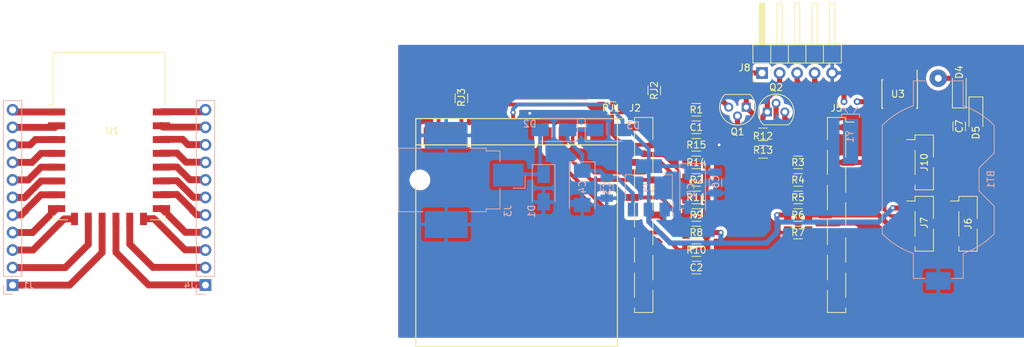
<source format=kicad_pcb>
(kicad_pcb (version 20171130) (host pcbnew "(5.0.0-rc2-dev-321-g78161b592)")
  (layers (0 F.Cu signal) (31 B.Cu signal) (34 B.Paste user) (35 F.Paste user) (36 B.SilkS user) (37 F.SilkS user) (38 B.Mask user) (39 F.Mask user) (44 Edge.Cuts user))
  (net 0 "")
  (net 1 "Net-(J1-Pad1)")
  (net 2 "Net-(J1-Pad2)")
  (net 3 "Net-(J1-Pad3)")
  (net 4 "Net-(J1-Pad4)")
  (net 5 "Net-(J1-Pad5)")
  (net 6 "Net-(J1-Pad6)")
  (net 7 "Net-(J1-Pad7)")
  (net 8 "Net-(J1-Pad8)")
  (net 9 GND)
  (net 10 "Net-(J2-Pad3)")
  (net 11 GPIO16)
  (net 12 GPIO13)
  (net 13 3v3)
  (net 14 GPIO14)
  (net 15 ADC)
  (net 16 GPIO12)
  (net 17 GPIO4)
  (net 18 GPIO5)
  (net 19 RST)
  (net 20 GPIO2)
  (net 21 "Net-(J5-Pad7)")
  (net 22 "Net-(Q1-Pad2)")
  (net 23 "Net-(J8-Pad2)")
  (net 24 "Net-(Q2-Pad2)")
  (net 25 "Net-(J1-Pad9)")
  (net 26 "Net-(J1-Pad10)")
  (net 27 "Net-(J1-Pad11)")
  (net 28 "Net-(J4-Pad11)")
  (net 29 "Net-(J4-Pad10)")
  (net 30 "Net-(J4-Pad9)")
  (net 31 "Net-(J4-Pad8)")
  (net 32 "Net-(J4-Pad7)")
  (net 33 "Net-(J4-Pad6)")
  (net 34 "Net-(J4-Pad5)")
  (net 35 "Net-(J4-Pad4)")
  (net 36 "Net-(J4-Pad3)")
  (net 37 "Net-(J4-Pad2)")
  (net 38 "Net-(J4-Pad1)")
  (net 39 GPIO0)
  (net 40 "Net-(C3-Pad1)")
  (net 41 "Net-(U3-Pad1)")
  (net 42 "Net-(U3-Pad2)")
  (net 43 "Net-(D4-Pad1)")
  (net 44 "Net-(D1-Pad1)")
  (net 45 "Net-(BT1-Pad1)")
  (net 46 RX)
  (net 47 TX)
  (net 48 "Net-(J9-Pad5)")
  (net 49 "Net-(Q1-Pad3)")
  (net 50 "Net-(J8-Pad1)")
  (net 51 "Net-(J9-Pad7)")
  (net 52 "Net-(J2-Pad9)")
  (net 53 "Net-(J2-Pad11)")
  (net 54 "Net-(J2-Pad10)")
  (net 55 "Net-(J5-Pad11)")
  (net 56 "Net-(J5-Pad9)")
  (net 57 "Net-(J5-Pad10)")
  (net 58 "Net-(J9-Pad9)")
  (net 59 "Net-(J9-Pad8)")
  (net 60 "Net-(J9-Pad11)")
  (net 61 "Net-(U3-Pad3)")
  (net 62 "Net-(U3-Pad7)")
  (module Connector_BarrelJack:BarrelJack_CUI_PJ-036AH-SMT_Horizontal (layer B.Cu) (at 129.514483 68.58 90)
    (fp_text reference J3 (at -4.5 5.75 90) (layer B.SilkS) (effects (justify mirror)))
    (fp_text value Jack-DC)
    (pad 1 smd rect (at 0.7 5.8 90) (size 3.3 4.4) (layers B.Cu B.Paste B.Mask) (net 44 "Net-(D1-Pad1)"))
    (pad 2 smd rect (at -6.45 -3.2 90) (size 3.9 6.2) (layers B.Cu B.Paste B.Mask) (net 9 GND))
    (pad 3 smd rect (at 6.45 -3.2 90) (size 3.9 6.2) (layers B.Cu B.Paste B.Mask) (net 9 GND))
    (pad "" np_thru_hole circle (at 0 -7 90) (size 2 2) (drill 2) (layers *.Cu *.Mask))
  )
  (module SD_Card:SD_Card_Receptacle (layer F.Cu) (at 142.24 83.82 90)
    (fp_text reference J9 hide)
    (fp_text value SD_Card)
    (pad 13 smd rect (at -5.08 7.62 90) (size 3.302 2.159) (layers F.Cu F.Paste F.Mask) (net 9 GND))
    (pad 9 smd rect (at 21.59 3.81 90) (size 2.54 1.27) (layers F.Cu F.Paste F.Mask) (net 58 "Net-(J9-Pad9)"))
    (pad 1 smd rect (at 21.59 1.016 90) (size 2.54 1.27) (layers F.Cu F.Paste F.Mask) (net 11 GPIO16))
    (pad 2 smd rect (at 21.59 -1.27 90) (size 2.54 1.27) (layers F.Cu F.Paste F.Mask) (net 12 GPIO13))
    (pad 3 smd rect (at 21.59 -3.81 90) (size 2.54 1.27) (layers F.Cu F.Paste F.Mask) (net 9 GND))
    (pad 4 smd rect (at 21.59 -6.35 90) (size 2.54 1.27) (layers F.Cu F.Paste F.Mask) (net 13 3v3))
    (pad 5 smd rect (at 21.59 -8.89 90) (size 2.54 1.27) (layers F.Cu F.Paste F.Mask) (net 48 "Net-(J9-Pad5)"))
    (pad 6 smd rect (at 21.59 -11.43 90) (size 2.54 1.27) (layers F.Cu F.Paste F.Mask) (net 9 GND))
    (pad 10 smd rect (at 21.59 -17.018 90) (size 2.54 0.762) (layers F.Cu F.Paste F.Mask) (net 15 ADC))
    (pad 8 smd rect (at 21.59 -15.494 90) (size 2.54 1.27) (layers F.Cu F.Paste F.Mask) (net 59 "Net-(J9-Pad8)"))
    (pad 11 smd rect (at 21.59 -18.542 90) (size 2.54 1.27) (layers F.Cu F.Paste F.Mask) (net 60 "Net-(J9-Pad11)"))
    (pad 7 smd rect (at 21.59 -13.716 90) (size 2.54 1.27) (layers F.Cu F.Paste F.Mask) (net 51 "Net-(J9-Pad7)"))
    (pad 12 smd rect (at -5.08 -19.05 90) (size 3.302 2.159) (layers F.Cu F.Paste F.Mask) (net 9 GND))
  )
  (module Package_TO_SOT_THT:TO-92 (layer F.Cu) (at 172.847 58.7375)
    (fp_text reference Q2 (at 1.27 -3.56) (layer F.SilkS))
    (fp_text value S8050)
    (pad 1 thru_hole rect (at 0 0 90) (size 1.3 1.3) (drill 0.75) (layers *.Cu *.Mask) (net 23 "Net-(J8-Pad2)"))
    (pad 3 thru_hole circle (at 2.54 0 90) (size 1.3 1.3) (drill 0.75) (layers *.Cu *.Mask) (net 39 GPIO0))
    (pad 2 thru_hole circle (at 1.27 -1.27 90) (size 1.3 1.3) (drill 0.75) (layers *.Cu *.Mask) (net 24 "Net-(Q2-Pad2)"))
  )
  (module Package_TO_SOT_THT:TO-92 (layer F.Cu) (at 169.799 58.039 180)
    (fp_text reference Q1 (at 1.27 -3.56 180) (layer F.SilkS))
    (fp_text value S8050)
    (pad 1 thru_hole rect (at 0 0 270) (size 1.3 1.3) (drill 0.75) (layers *.Cu *.Mask) (net 50 "Net-(J8-Pad1)"))
    (pad 3 thru_hole circle (at 2.54 0 270) (size 1.3 1.3) (drill 0.75) (layers *.Cu *.Mask) (net 49 "Net-(Q1-Pad3)"))
    (pad 2 thru_hole circle (at 1.27 -1.27 270) (size 1.3 1.3) (drill 0.75) (layers *.Cu *.Mask) (net 22 "Net-(Q1-Pad2)"))
  )
  (module Resistor_SMD:R_1206_3216Metric (layer F.Cu) (at 177.311 71.12)
    (fp_text reference R5 (at -0.019 0) (layer F.SilkS))
    (fp_text value 4k7)
    (pad 2 smd rect (at 1.505 0) (size 1.07 1.8) (layers F.Cu F.Paste F.Mask) (net 39 GPIO0))
    (pad 1 smd rect (at -1.505 0) (size 1.07 1.8) (layers F.Cu F.Paste F.Mask) (net 13 3v3))
  )
  (module Resistor_SMD:R_1206_3216Metric (layer F.Cu) (at 177.311 68.58)
    (fp_text reference R4 (at -0.019 0) (layer F.SilkS))
    (fp_text value 4k7)
    (pad 2 smd rect (at 1.505 0) (size 1.07 1.8) (layers F.Cu F.Paste F.Mask) (net 17 GPIO4))
    (pad 1 smd rect (at -1.505 0) (size 1.07 1.8) (layers F.Cu F.Paste F.Mask) (net 13 3v3))
  )
  (module Resistor_SMD:R_1206_3216Metric (layer F.Cu) (at 177.311 66.04)
    (fp_text reference R3 (at -0.019 0) (layer F.SilkS))
    (fp_text value 4k7)
    (pad 2 smd rect (at 1.505 0) (size 1.07 1.8) (layers F.Cu F.Paste F.Mask) (net 18 GPIO5))
    (pad 1 smd rect (at -1.505 0) (size 1.07 1.8) (layers F.Cu F.Paste F.Mask) (net 13 3v3))
  )
  (module Resistor_SMD:R_1206_3216Metric (layer F.Cu) (at 177.311 76.2)
    (fp_text reference R7 (at -0.019 0) (layer F.SilkS))
    (fp_text value 4k7)
    (pad 2 smd rect (at 1.505 0) (size 1.07 1.8) (layers F.Cu F.Paste F.Mask) (net 21 "Net-(J5-Pad7)"))
    (pad 1 smd rect (at -1.505 0) (size 1.07 1.8) (layers F.Cu F.Paste F.Mask) (net 9 GND))
  )
  (module Resistor_SMD:R_1206_3216Metric (layer F.Cu) (at 177.311 73.66)
    (fp_text reference R6 (at -0.019 0) (layer F.SilkS))
    (fp_text value 4k7)
    (pad 2 smd rect (at 1.505 0) (size 1.07 1.8) (layers F.Cu F.Paste F.Mask) (net 20 GPIO2))
    (pad 1 smd rect (at -1.505 0) (size 1.07 1.8) (layers F.Cu F.Paste F.Mask) (net 13 3v3))
  )
  (module Connector_PinHeader_2.54mm:PinHeader_1x11_P2.54mm_Vertical (layer B.Cu) (at 91.44 83.82)
    (fp_text reference J4 (at -2.286 0) (layer B.SilkS) (effects (justify mirror)))
    (fp_text value Breakout_Right)
    (pad 11 thru_hole oval (at 0 -25.4) (size 1.7 1.7) (drill 1) (layers *.Cu *.Mask) (net 28 "Net-(J4-Pad11)"))
    (pad 10 thru_hole oval (at 0 -22.86) (size 1.7 1.7) (drill 1) (layers *.Cu *.Mask) (net 29 "Net-(J4-Pad10)"))
    (pad 9 thru_hole oval (at 0 -20.32) (size 1.7 1.7) (drill 1) (layers *.Cu *.Mask) (net 30 "Net-(J4-Pad9)"))
    (pad 8 thru_hole oval (at 0 -17.78) (size 1.7 1.7) (drill 1) (layers *.Cu *.Mask) (net 31 "Net-(J4-Pad8)"))
    (pad 7 thru_hole oval (at 0 -15.24) (size 1.7 1.7) (drill 1) (layers *.Cu *.Mask) (net 32 "Net-(J4-Pad7)"))
    (pad 6 thru_hole oval (at 0 -12.7) (size 1.7 1.7) (drill 1) (layers *.Cu *.Mask) (net 33 "Net-(J4-Pad6)"))
    (pad 5 thru_hole oval (at 0 -10.16) (size 1.7 1.7) (drill 1) (layers *.Cu *.Mask) (net 34 "Net-(J4-Pad5)"))
    (pad 4 thru_hole oval (at 0 -7.62) (size 1.7 1.7) (drill 1) (layers *.Cu *.Mask) (net 35 "Net-(J4-Pad4)"))
    (pad 3 thru_hole oval (at 0 -5.08) (size 1.7 1.7) (drill 1) (layers *.Cu *.Mask) (net 36 "Net-(J4-Pad3)"))
    (pad 2 thru_hole oval (at 0 -2.54) (size 1.7 1.7) (drill 1) (layers *.Cu *.Mask) (net 37 "Net-(J4-Pad2)"))
    (pad 1 thru_hole rect (at 0 0) (size 1.7 1.7) (drill 1) (layers *.Cu *.Mask) (net 38 "Net-(J4-Pad1)"))
  )
  (module RF_Module:ESP-12E (layer F.Cu) (at 77.47 62.23)
    (fp_text reference U1 (at 0.508 -0.762) (layer F.SilkS))
    (fp_text value ESP-12E)
    (pad 22 smd rect (at 7.6 -3.5) (size 2.5 1) (layers F.Cu F.Paste F.Mask) (net 28 "Net-(J4-Pad11)"))
    (pad 21 smd rect (at 7.6 -1.5) (size 2.5 1) (layers F.Cu F.Paste F.Mask) (net 29 "Net-(J4-Pad10)"))
    (pad 20 smd rect (at 7.6 0.5) (size 2.5 1) (layers F.Cu F.Paste F.Mask) (net 30 "Net-(J4-Pad9)"))
    (pad 19 smd rect (at 7.6 2.5) (size 2.5 1) (layers F.Cu F.Paste F.Mask) (net 31 "Net-(J4-Pad8)"))
    (pad 18 smd rect (at 7.6 4.5) (size 2.5 1) (layers F.Cu F.Paste F.Mask) (net 32 "Net-(J4-Pad7)"))
    (pad 17 smd rect (at 7.6 6.5) (size 2.5 1) (layers F.Cu F.Paste F.Mask) (net 33 "Net-(J4-Pad6)"))
    (pad 16 smd rect (at 7.6 8.5) (size 2.5 1) (layers F.Cu F.Paste F.Mask) (net 34 "Net-(J4-Pad5)"))
    (pad 15 smd rect (at 7.6 10.5) (size 2.5 1) (layers F.Cu F.Paste F.Mask) (net 35 "Net-(J4-Pad4)"))
    (pad 14 smd rect (at 5 12) (size 1 1.8) (layers F.Cu F.Paste F.Mask) (net 36 "Net-(J4-Pad3)"))
    (pad 13 smd rect (at 3 12) (size 1 1.8) (layers F.Cu F.Paste F.Mask) (net 37 "Net-(J4-Pad2)"))
    (pad 12 smd rect (at 1 12) (size 1 1.8) (layers F.Cu F.Paste F.Mask) (net 38 "Net-(J4-Pad1)"))
    (pad 11 smd rect (at -1 12) (size 1 1.8) (layers F.Cu F.Paste F.Mask) (net 1 "Net-(J1-Pad1)"))
    (pad 10 smd rect (at -3 12) (size 1 1.8) (layers F.Cu F.Paste F.Mask) (net 2 "Net-(J1-Pad2)"))
    (pad 9 smd rect (at -5 12) (size 1 1.8) (layers F.Cu F.Paste F.Mask) (net 3 "Net-(J1-Pad3)"))
    (pad 8 smd rect (at -7.6 10.5) (size 2.5 1) (layers F.Cu F.Paste F.Mask) (net 4 "Net-(J1-Pad4)"))
    (pad 7 smd rect (at -7.6 8.5) (size 2.5 1) (layers F.Cu F.Paste F.Mask) (net 5 "Net-(J1-Pad5)"))
    (pad 6 smd rect (at -7.6 6.5) (size 2.5 1) (layers F.Cu F.Paste F.Mask) (net 6 "Net-(J1-Pad6)"))
    (pad 5 smd rect (at -7.6 4.5) (size 2.5 1) (layers F.Cu F.Paste F.Mask) (net 7 "Net-(J1-Pad7)"))
    (pad 4 smd rect (at -7.6 2.5) (size 2.5 1) (layers F.Cu F.Paste F.Mask) (net 8 "Net-(J1-Pad8)"))
    (pad 3 smd rect (at -7.6 0.5) (size 2.5 1) (layers F.Cu F.Paste F.Mask) (net 25 "Net-(J1-Pad9)"))
    (pad 2 smd rect (at -7.6 -1.5) (size 2.5 1) (layers F.Cu F.Paste F.Mask) (net 26 "Net-(J1-Pad10)"))
    (pad 1 smd rect (at -7.6 -3.5) (size 2.5 1) (layers F.Cu F.Paste F.Mask) (net 27 "Net-(J1-Pad11)"))
  )
  (module Resistor_SMD:R_1206_3216Metric (layer F.Cu) (at 128.524 56.75 90)
    (fp_text reference RJ3 (at 0.108 0 90) (layer F.SilkS))
    (fp_text value 0)
    (pad 2 smd rect (at 1.505 0 90) (size 1.07 1.8) (layers F.Cu F.Paste F.Mask) (net 16 GPIO12))
    (pad 1 smd rect (at -1.505 0 90) (size 1.07 1.8) (layers F.Cu F.Paste F.Mask) (net 51 "Net-(J9-Pad7)"))
  )
  (module Battery:BatteryHolder_Keystone_1058_1x2032 (layer B.Cu) (at 197.612 68.528 270)
    (fp_text reference BT1 (at 0 -7.62 270) (layer B.SilkS) (effects (justify mirror)))
    (fp_text value Battery_Cell)
    (pad 2 smd rect (at 14.68 0 270) (size 2.54 3.51) (layers B.Cu B.Paste B.Mask) (net 9 GND))
    (pad 1 thru_hole circle (at -14.68 0 270) (size 2.54 2.54) (drill 1) (layers *.Cu *.Mask) (net 45 "Net-(BT1-Pad1)"))
  )
  (module Resistor_SMD:R_1206_3216Metric (layer F.Cu) (at 156.464 55.626 270)
    (fp_text reference RJ2 (at 0 0 270) (layer F.SilkS))
    (fp_text value 0)
    (pad 2 smd rect (at 1.505 0 270) (size 1.07 1.8) (layers F.Cu F.Paste F.Mask) (net 19 RST))
    (pad 1 smd rect (at -1.505 0 270) (size 1.07 1.8) (layers F.Cu F.Paste F.Mask) (net 49 "Net-(Q1-Pad3)"))
  )
  (module Resistor_SMD:R_1206_3216Metric (layer F.Cu) (at 150.26 58.166)
    (fp_text reference RJ1 (at 0 0) (layer F.SilkS))
    (fp_text value 0)
    (pad 2 smd rect (at 1.505 0) (size 1.07 1.8) (layers F.Cu F.Paste F.Mask) (net 14 GPIO14))
    (pad 1 smd rect (at -1.505 0) (size 1.07 1.8) (layers F.Cu F.Paste F.Mask) (net 48 "Net-(J9-Pad5)"))
  )
  (module Connector_PinSocket_2.54mm:PinSocket_1x03_P2.54mm_Vertical_SMD_Pin1Left (layer F.Cu) (at 195.58 66.04)
    (fp_text reference J10 (at 0 0 90) (layer F.SilkS))
    (fp_text value "I2C Breakout")
    (pad 2 smd rect (at 1.65 0) (size 1.9 1) (layers F.Cu F.Paste F.Mask) (net 18 GPIO5))
    (pad 3 smd rect (at -1.65 2.54) (size 1.9 1) (layers F.Cu F.Paste F.Mask) (net 17 GPIO4))
    (pad 1 smd rect (at -1.65 -2.54) (size 1.9 1) (layers F.Cu F.Paste F.Mask) (net 9 GND))
  )
  (module Capacitor_SMD:C_1206_3216Metric (layer F.Cu) (at 162.56 60.96)
    (fp_text reference C1 (at 0 0) (layer F.SilkS))
    (fp_text value 100nF)
    (pad 2 smd rect (at 1.505 0) (size 1.07 1.8) (layers F.Cu F.Paste F.Mask) (net 9 GND))
    (pad 1 smd rect (at -1.505 0) (size 1.07 1.8) (layers F.Cu F.Paste F.Mask) (net 19 RST))
  )
  (module Capacitor_SMD:C_1206_3216Metric (layer F.Cu) (at 162.579 81.28)
    (fp_text reference C2 (at -0.019 0) (layer F.SilkS))
    (fp_text value 100nF)
    (pad 2 smd rect (at 1.505 0) (size 1.07 1.8) (layers F.Cu F.Paste F.Mask) (net 9 GND))
    (pad 1 smd rect (at -1.505 0) (size 1.07 1.8) (layers F.Cu F.Paste F.Mask) (net 13 3v3))
  )
  (module Capacitor_SMD:C_1206_3216Metric (layer B.Cu) (at 149.580483 69.709932 270)
    (fp_text reference C3 (at 0 -0.025517 270) (layer B.SilkS) (effects (justify mirror)))
    (fp_text value 100nF)
    (pad 2 smd rect (at 1.505 0 270) (size 1.07 1.8) (layers B.Cu B.Paste B.Mask) (net 9 GND))
    (pad 1 smd rect (at -1.505 0 270) (size 1.07 1.8) (layers B.Cu B.Paste B.Mask) (net 40 "Net-(C3-Pad1)"))
  )
  (module Capacitor_SMD:C_1206_3216Metric (layer B.Cu) (at 165.328483 68.966932 270)
    (fp_text reference C6 (at -0.132932 -0.025517 270) (layer B.SilkS) (effects (justify mirror)))
    (fp_text value 100nF)
    (pad 2 smd rect (at 1.505 0 270) (size 1.07 1.8) (layers B.Cu B.Paste B.Mask) (net 9 GND))
    (pad 1 smd rect (at -1.505 0 270) (size 1.07 1.8) (layers B.Cu B.Paste B.Mask) (net 13 3v3))
  )
  (module Capacitor_SMD:C_1206_3216Metric (layer F.Cu) (at 200.66 60.814 90)
    (fp_text reference C7 (at 0 0 90) (layer F.SilkS))
    (fp_text value 100nF)
    (pad 2 smd rect (at 1.505 0 90) (size 1.07 1.8) (layers F.Cu F.Paste F.Mask) (net 9 GND))
    (pad 1 smd rect (at -1.505 0 90) (size 1.07 1.8) (layers F.Cu F.Paste F.Mask) (net 13 3v3))
  )
  (module Capacitor_Tantalum_SMD:CP_EIA-6032-28_Kemet-C (layer B.Cu) (at 146.024483 69.728932 270)
    (fp_text reference C4 (at -0.132932 -0.025517 270) (layer B.SilkS) (effects (justify mirror)))
    (fp_text value 10uF)
    (pad 2 smd rect (at 2.48 0 270) (size 2.06 2.4) (layers B.Cu B.Paste B.Mask) (net 9 GND))
    (pad 1 smd rect (at -2.48 0 270) (size 2.06 2.4) (layers B.Cu B.Paste B.Mask) (net 40 "Net-(C3-Pad1)"))
  )
  (module Capacitor_Tantalum_SMD:CP_EIA-6032-28_Kemet-C (layer B.Cu) (at 162.026483 69.982932 270)
    (fp_text reference C5 (at 0 0.228483 270) (layer B.SilkS) (effects (justify mirror)))
    (fp_text value 10uF)
    (pad 2 smd rect (at 2.48 0 270) (size 2.06 2.4) (layers B.Cu B.Paste B.Mask) (net 9 GND))
    (pad 1 smd rect (at -2.48 0 270) (size 2.06 2.4) (layers B.Cu B.Paste B.Mask) (net 13 3v3))
  )
  (module Connector_PinHeader_2.54mm:PinHeader_1x05_P2.54mm_Horizontal (layer F.Cu) (at 172.085 53.086 90)
    (fp_text reference J8 (at 0.762 -2.54 180) (layer F.SilkS))
    (fp_text value Prog)
    (pad 5 thru_hole oval (at 0 10.16 90) (size 1.7 1.7) (drill 1) (layers *.Cu *.Mask) (net 9 GND))
    (pad 4 thru_hole oval (at 0 7.62 90) (size 1.7 1.7) (drill 1) (layers *.Cu *.Mask) (net 47 TX))
    (pad 3 thru_hole oval (at 0 5.08 90) (size 1.7 1.7) (drill 1) (layers *.Cu *.Mask) (net 46 RX))
    (pad 2 thru_hole oval (at 0 2.54 90) (size 1.7 1.7) (drill 1) (layers *.Cu *.Mask) (net 23 "Net-(J8-Pad2)"))
    (pad 1 thru_hole rect (at 0 0 90) (size 1.7 1.7) (drill 1) (layers *.Cu *.Mask) (net 50 "Net-(J8-Pad1)"))
  )
  (module Connector_PinHeader_2.54mm:PinHeader_1x11_P2.54mm_Vertical (layer B.Cu) (at 63.5 83.82)
    (fp_text reference J1 (at 2.286 0) (layer B.SilkS) (effects (justify mirror)))
    (fp_text value Breakout_Left)
    (pad 11 thru_hole oval (at 0 -25.4) (size 1.7 1.7) (drill 1) (layers *.Cu *.Mask) (net 27 "Net-(J1-Pad11)"))
    (pad 10 thru_hole oval (at 0 -22.86) (size 1.7 1.7) (drill 1) (layers *.Cu *.Mask) (net 26 "Net-(J1-Pad10)"))
    (pad 9 thru_hole oval (at 0 -20.32) (size 1.7 1.7) (drill 1) (layers *.Cu *.Mask) (net 25 "Net-(J1-Pad9)"))
    (pad 8 thru_hole oval (at 0 -17.78) (size 1.7 1.7) (drill 1) (layers *.Cu *.Mask) (net 8 "Net-(J1-Pad8)"))
    (pad 7 thru_hole oval (at 0 -15.24) (size 1.7 1.7) (drill 1) (layers *.Cu *.Mask) (net 7 "Net-(J1-Pad7)"))
    (pad 6 thru_hole oval (at 0 -12.7) (size 1.7 1.7) (drill 1) (layers *.Cu *.Mask) (net 6 "Net-(J1-Pad6)"))
    (pad 5 thru_hole oval (at 0 -10.16) (size 1.7 1.7) (drill 1) (layers *.Cu *.Mask) (net 5 "Net-(J1-Pad5)"))
    (pad 4 thru_hole oval (at 0 -7.62) (size 1.7 1.7) (drill 1) (layers *.Cu *.Mask) (net 4 "Net-(J1-Pad4)"))
    (pad 3 thru_hole oval (at 0 -5.08) (size 1.7 1.7) (drill 1) (layers *.Cu *.Mask) (net 3 "Net-(J1-Pad3)"))
    (pad 2 thru_hole oval (at 0 -2.54) (size 1.7 1.7) (drill 1) (layers *.Cu *.Mask) (net 2 "Net-(J1-Pad2)"))
    (pad 1 thru_hole rect (at 0 0) (size 1.7 1.7) (drill 1) (layers *.Cu *.Mask) (net 1 "Net-(J1-Pad1)"))
  )
  (module Connector_PinSocket_2.54mm:PinSocket_1x03_P2.54mm_Vertical_SMD_Pin1Left (layer F.Cu) (at 201.93 74.93)
    (fp_text reference J6 (at 0 0 90) (layer F.SilkS))
    (fp_text value 1-Wire)
    (pad 2 smd rect (at 1.65 0) (size 1.9 1) (layers F.Cu F.Paste F.Mask) (net 20 GPIO2))
    (pad 3 smd rect (at -1.65 2.54) (size 1.9 1) (layers F.Cu F.Paste F.Mask) (net 9 GND))
    (pad 1 smd rect (at -1.65 -2.54) (size 1.9 1) (layers F.Cu F.Paste F.Mask) (net 13 3v3))
  )
  (module Connector_PinSocket_2.54mm:PinSocket_1x03_P2.54mm_Vertical_SMD_Pin1Left (layer F.Cu) (at 195.58 74.93)
    (fp_text reference J7 (at 0 -0.127 90) (layer F.SilkS))
    (fp_text value sensor_internal)
    (pad 2 smd rect (at 1.65 0) (size 1.9 1) (layers F.Cu F.Paste F.Mask) (net 20 GPIO2))
    (pad 3 smd rect (at -1.65 2.54) (size 1.9 1) (layers F.Cu F.Paste F.Mask) (net 9 GND))
    (pad 1 smd rect (at -1.65 -2.54) (size 1.9 1) (layers F.Cu F.Paste F.Mask) (net 13 3v3))
  )
  (module Connector_PinSocket_2.54mm:PinSocket_1x11_P2.54mm_Vertical_SMD_Pin1Left (layer F.Cu) (at 154.94 73.66)
    (fp_text reference J2 (at -1.27 -15.494) (layer F.SilkS))
    (fp_text value Socket_Left)
    (pad 10 smd rect (at 1.65 10.16) (size 1.9 1) (layers F.Cu F.Paste F.Mask) (net 54 "Net-(J2-Pad10)"))
    (pad 8 smd rect (at 1.65 5.08) (size 1.9 1) (layers F.Cu F.Paste F.Mask) (net 13 3v3))
    (pad 6 smd rect (at 1.65 0) (size 1.9 1) (layers F.Cu F.Paste F.Mask) (net 16 GPIO12))
    (pad 4 smd rect (at 1.65 -5.08) (size 1.9 1) (layers F.Cu F.Paste F.Mask) (net 11 GPIO16))
    (pad 2 smd rect (at 1.65 -10.16) (size 1.9 1) (layers F.Cu F.Paste F.Mask) (net 15 ADC))
    (pad 11 smd rect (at -1.65 12.7) (size 1.9 1) (layers F.Cu F.Paste F.Mask) (net 53 "Net-(J2-Pad11)"))
    (pad 9 smd rect (at -1.65 7.62) (size 1.9 1) (layers F.Cu F.Paste F.Mask) (net 52 "Net-(J2-Pad9)"))
    (pad 7 smd rect (at -1.65 2.54) (size 1.9 1) (layers F.Cu F.Paste F.Mask) (net 12 GPIO13))
    (pad 5 smd rect (at -1.65 -2.54) (size 1.9 1) (layers F.Cu F.Paste F.Mask) (net 14 GPIO14))
    (pad 3 smd rect (at -1.65 -7.62) (size 1.9 1) (layers F.Cu F.Paste F.Mask) (net 10 "Net-(J2-Pad3)"))
    (pad 1 smd rect (at -1.65 -12.7) (size 1.9 1) (layers F.Cu F.Paste F.Mask) (net 19 RST))
  )
  (module Connector_PinSocket_2.54mm:PinSocket_1x11_P2.54mm_Vertical_SMD_Pin1Right (layer F.Cu) (at 182.88 73.66)
    (fp_text reference J5 (at 0 -15.494 180) (layer F.SilkS))
    (fp_text value Socket_Right)
    (pad 11 smd rect (at 1.65 12.7) (size 1.9 1) (layers F.Cu F.Paste F.Mask) (net 55 "Net-(J5-Pad11)"))
    (pad 9 smd rect (at 1.65 7.62) (size 1.9 1) (layers F.Cu F.Paste F.Mask) (net 56 "Net-(J5-Pad9)"))
    (pad 7 smd rect (at 1.65 2.54) (size 1.9 1) (layers F.Cu F.Paste F.Mask) (net 21 "Net-(J5-Pad7)"))
    (pad 5 smd rect (at 1.65 -2.54) (size 1.9 1) (layers F.Cu F.Paste F.Mask) (net 39 GPIO0))
    (pad 3 smd rect (at 1.65 -7.62) (size 1.9 1) (layers F.Cu F.Paste F.Mask) (net 18 GPIO5))
    (pad 1 smd rect (at 1.65 -12.7) (size 1.9 1) (layers F.Cu F.Paste F.Mask) (net 47 TX))
    (pad 10 smd rect (at -1.65 10.16) (size 1.9 1) (layers F.Cu F.Paste F.Mask) (net 57 "Net-(J5-Pad10)"))
    (pad 8 smd rect (at -1.65 5.08) (size 1.9 1) (layers F.Cu F.Paste F.Mask) (net 9 GND))
    (pad 6 smd rect (at -1.65 0) (size 1.9 1) (layers F.Cu F.Paste F.Mask) (net 20 GPIO2))
    (pad 4 smd rect (at -1.65 -5.08) (size 1.9 1) (layers F.Cu F.Paste F.Mask) (net 17 GPIO4))
    (pad 2 smd rect (at -1.65 -10.16) (size 1.9 1) (layers F.Cu F.Paste F.Mask) (net 46 RX))
  )
  (module Diode_SMD:D_MiniMELF (layer F.Cu) (at 200.66 55.598 90)
    (fp_text reference D4 (at 2.639 0 90) (layer F.SilkS))
    (fp_text value 1N4148)
    (pad 2 smd rect (at 1.75 0 90) (size 1.3 1.7) (layers F.Cu F.Paste F.Mask) (net 45 "Net-(BT1-Pad1)"))
    (pad 1 smd rect (at -1.75 0 90) (size 1.3 1.7) (layers F.Cu F.Paste F.Mask) (net 43 "Net-(D4-Pad1)"))
  )
  (module Diode_SMD:D_MiniMELF (layer F.Cu) (at 203.073 59.098 270)
    (fp_text reference D5 (at 2.639 0 270) (layer F.SilkS))
    (fp_text value 1N4148)
    (pad 2 smd rect (at 1.75 0 270) (size 1.3 1.7) (layers F.Cu F.Paste F.Mask) (net 13 3v3))
    (pad 1 smd rect (at -1.75 0 270) (size 1.3 1.7) (layers F.Cu F.Paste F.Mask) (net 43 "Net-(D4-Pad1)"))
  )
  (module Diode_SMD:D_SMA (layer B.Cu) (at 141.928483 61.346932 180)
    (fp_text reference D2 (at 3.498483 0.894932 180) (layer B.SilkS) (effects (justify mirror)))
    (fp_text value 1N4007)
    (pad 2 smd rect (at 2 0 180) (size 2.5 1.8) (layers B.Cu B.Paste B.Mask) (net 44 "Net-(D1-Pad1)"))
    (pad 1 smd rect (at -2 0 180) (size 2.5 1.8) (layers B.Cu B.Paste B.Mask) (net 40 "Net-(C3-Pad1)"))
  )
  (module Diode_SMD:D_SMA (layer B.Cu) (at 149.866483 61.346932)
    (fp_text reference D3 (at 3.549517 -0.640932) (layer B.SilkS) (effects (justify mirror)))
    (fp_text value 1N4007)
    (pad 2 smd rect (at 2 0) (size 2.5 1.8) (layers B.Cu B.Paste B.Mask) (net 13 3v3))
    (pad 1 smd rect (at -2 0) (size 2.5 1.8) (layers B.Cu B.Paste B.Mask) (net 40 "Net-(C3-Pad1)"))
  )
  (module Diode_SMD:D_SMA (layer B.Cu) (at 140.436483 69.760932 270)
    (fp_text reference D1 (at 3.391068 1.752483 270) (layer B.SilkS) (effects (justify mirror)))
    (fp_text value 1N4007)
    (pad 2 smd rect (at 2 0 270) (size 2.5 1.8) (layers B.Cu B.Paste B.Mask) (net 9 GND))
    (pad 1 smd rect (at -2 0 270) (size 2.5 1.8) (layers B.Cu B.Paste B.Mask) (net 44 "Net-(D1-Pad1)"))
  )
  (module Package_SO:SOIC-8_3.9x4.9mm_P1.27mm (layer F.Cu) (at 192.024 56.134 270)
    (fp_text reference U3 (at 0 0.254) (layer F.SilkS))
    (fp_text value PCF8563T)
    (pad 8 smd rect (at 2.7 -1.905 270) (size 1.55 0.6) (layers F.Cu F.Paste F.Mask) (net 43 "Net-(D4-Pad1)"))
    (pad 7 smd rect (at 2.7 -0.635 270) (size 1.55 0.6) (layers F.Cu F.Paste F.Mask) (net 62 "Net-(U3-Pad7)"))
    (pad 6 smd rect (at 2.7 0.635 270) (size 1.55 0.6) (layers F.Cu F.Paste F.Mask) (net 17 GPIO4))
    (pad 5 smd rect (at 2.7 1.905 270) (size 1.55 0.6) (layers F.Cu F.Paste F.Mask) (net 18 GPIO5))
    (pad 4 smd rect (at -2.7 1.905 270) (size 1.55 0.6) (layers F.Cu F.Paste F.Mask) (net 9 GND))
    (pad 3 smd rect (at -2.7 0.635 270) (size 1.55 0.6) (layers F.Cu F.Paste F.Mask) (net 61 "Net-(U3-Pad3)"))
    (pad 2 smd rect (at -2.7 -0.635 270) (size 1.55 0.6) (layers F.Cu F.Paste F.Mask) (net 42 "Net-(U3-Pad2)"))
    (pad 1 smd rect (at -2.7 -1.905 270) (size 1.55 0.6) (layers F.Cu F.Paste F.Mask) (net 41 "Net-(U3-Pad1)"))
  )
  (module Package_TO_SOT_SMD:SOT-223-3_TabPin2 (layer B.Cu) (at 155.676483 69.728932 90)
    (fp_text reference U2 (at 0 0.025517 180) (layer B.SilkS) (effects (justify mirror)))
    (fp_text value LM1117-3.3)
    (pad 1 smd rect (at -3.15 2.3 90) (size 2 1.5) (layers B.Cu B.Paste B.Mask) (net 9 GND))
    (pad 3 smd rect (at -3.15 -2.3 90) (size 2 1.5) (layers B.Cu B.Paste B.Mask) (net 40 "Net-(C3-Pad1)"))
    (pad 2 smd rect (at -3.15 0 90) (size 2 1.5) (layers B.Cu B.Paste B.Mask) (net 13 3v3))
    (pad 2 smd rect (at 3.15 0 90) (size 2 3.8) (layers B.Cu B.Paste B.Mask) (net 13 3v3))
  )
  (module Resistor_SMD:R_1206_3216Metric (layer F.Cu) (at 162.56 78.74 180)
    (fp_text reference R10 (at 0 0 180) (layer F.SilkS))
    (fp_text value 10k)
    (pad 2 smd rect (at 1.505 0 180) (size 1.07 1.8) (layers F.Cu F.Paste F.Mask) (net 12 GPIO13))
    (pad 1 smd rect (at -1.505 0 180) (size 1.07 1.8) (layers F.Cu F.Paste F.Mask) (net 13 3v3))
  )
  (module Resistor_SMD:R_1206_3216Metric (layer F.Cu) (at 162.56 63.5)
    (fp_text reference R15 (at 0 0) (layer F.SilkS))
    (fp_text value 4k7)
    (pad 2 smd rect (at 1.505 0) (size 1.07 1.8) (layers F.Cu F.Paste F.Mask) (net 9 GND))
    (pad 1 smd rect (at -1.505 0) (size 1.07 1.8) (layers F.Cu F.Paste F.Mask) (net 15 ADC))
  )
  (module Resistor_SMD:R_1206_3216Metric (layer F.Cu) (at 162.56 66.04 180)
    (fp_text reference R14 (at 0 0 180) (layer F.SilkS))
    (fp_text value 10k)
    (pad 2 smd rect (at 1.505 0 180) (size 1.07 1.8) (layers F.Cu F.Paste F.Mask) (net 15 ADC))
    (pad 1 smd rect (at -1.505 0 180) (size 1.07 1.8) (layers F.Cu F.Paste F.Mask) (net 13 3v3))
  )
  (module Resistor_SMD:R_1206_3216Metric (layer F.Cu) (at 172.231 61.976 180)
    (fp_text reference R13 (at 0 -2.286 180) (layer F.SilkS))
    (fp_text value 10k)
    (pad 2 smd rect (at 1.505 0 180) (size 1.07 1.8) (layers F.Cu F.Paste F.Mask) (net 50 "Net-(J8-Pad1)"))
    (pad 1 smd rect (at -1.505 0 180) (size 1.07 1.8) (layers F.Cu F.Paste F.Mask) (net 24 "Net-(Q2-Pad2)"))
  )
  (module Resistor_SMD:R_1206_3216Metric (layer F.Cu) (at 172.231 64.516)
    (fp_text reference R12 (at -0.019 -2.286) (layer F.SilkS))
    (fp_text value 10k)
    (pad 2 smd rect (at 1.505 0) (size 1.07 1.8) (layers F.Cu F.Paste F.Mask) (net 23 "Net-(J8-Pad2)"))
    (pad 1 smd rect (at -1.505 0) (size 1.07 1.8) (layers F.Cu F.Paste F.Mask) (net 22 "Net-(Q1-Pad2)"))
  )
  (module Resistor_SMD:R_1206_3216Metric (layer F.Cu) (at 162.56 73.66 180)
    (fp_text reference R9 (at 0 0 180) (layer F.SilkS))
    (fp_text value 10k)
    (pad 2 smd rect (at 1.505 0 180) (size 1.07 1.8) (layers F.Cu F.Paste F.Mask) (net 14 GPIO14))
    (pad 1 smd rect (at -1.505 0 180) (size 1.07 1.8) (layers F.Cu F.Paste F.Mask) (net 13 3v3))
  )
  (module Resistor_SMD:R_1206_3216Metric (layer F.Cu) (at 162.56 76.2 180)
    (fp_text reference R8 (at 0 0 180) (layer F.SilkS))
    (fp_text value 10k)
    (pad 2 smd rect (at 1.505 0 180) (size 1.07 1.8) (layers F.Cu F.Paste F.Mask) (net 16 GPIO12))
    (pad 1 smd rect (at -1.505 0 180) (size 1.07 1.8) (layers F.Cu F.Paste F.Mask) (net 13 3v3))
  )
  (module Resistor_SMD:R_1206_3216Metric (layer F.Cu) (at 162.56 58.42 180)
    (fp_text reference R1 (at 0 0 180) (layer F.SilkS))
    (fp_text value 4k7)
    (pad 2 smd rect (at 1.505 0 180) (size 1.07 1.8) (layers F.Cu F.Paste F.Mask) (net 19 RST))
    (pad 1 smd rect (at -1.505 0 180) (size 1.07 1.8) (layers F.Cu F.Paste F.Mask) (net 9 GND))
  )
  (module Resistor_SMD:R_1206_3216Metric (layer F.Cu) (at 162.56 71.12 180)
    (fp_text reference R11 (at 0 0 180) (layer F.SilkS))
    (fp_text value 10k)
    (pad 2 smd rect (at 1.505 0 180) (size 1.07 1.8) (layers F.Cu F.Paste F.Mask) (net 11 GPIO16))
    (pad 1 smd rect (at -1.505 0 180) (size 1.07 1.8) (layers F.Cu F.Paste F.Mask) (net 13 3v3))
  )
  (module Resistor_SMD:R_1206_3216Metric (layer F.Cu) (at 162.56 68.58 180)
    (fp_text reference R2 (at 0 0 180) (layer F.SilkS))
    (fp_text value 4k7)
    (pad 2 smd rect (at 1.505 0 180) (size 1.07 1.8) (layers F.Cu F.Paste F.Mask) (net 10 "Net-(J2-Pad3)"))
    (pad 1 smd rect (at -1.505 0 180) (size 1.07 1.8) (layers F.Cu F.Paste F.Mask) (net 13 3v3))
  )
  (module Crystal:Crystal_C26-LF_D2.1mm_L6.5mm_Horizontal_1EP_style1 (layer B.Cu) (at 185.862 57.242 180)
    (fp_text reference Y1 (at 1.016 -5.08 90) (layer B.SilkS) (effects (justify mirror)))
    (fp_text value 32,768kHz)
    (pad 3 smd rect (at 0.95 -5.75 180) (size 2.2 6.5) (layers B.Cu B.Paste B.Mask))
    (pad 2 thru_hole circle (at 1.9 0 180) (size 1 1) (drill 0.5) (layers *.Cu *.Mask) (net 42 "Net-(U3-Pad2)"))
    (pad 1 thru_hole circle (at 0 0 180) (size 1 1) (drill 0.5) (layers *.Cu *.Mask) (net 41 "Net-(U3-Pad1)"))
  )
  (segment (start 162.56 78.74) (end 164.065 78.74) (width 0.75) (layer F.Cu) (net 13))
  (segment (start 162.56 81.28) (end 162.56 78.74) (width 0.75) (layer F.Cu) (net 13))
  (segment (start 161.074 81.28) (end 162.56 81.28) (width 0.75) (layer F.Cu) (net 13))
  (segment (start 159.58 81.28) (end 161.074 81.28) (width 0.75) (layer F.Cu) (net 13))
  (segment (start 156.59 78.74) (end 157.04 78.74) (width 0.75) (layer F.Cu) (net 13))
  (segment (start 157.04 78.74) (end 159.58 81.28) (width 0.75) (layer F.Cu) (net 13))
  (segment (start 164.065 78.828998) (end 164.065 77.85) (width 0.75) (layer F.Cu) (net 13))
  (segment (start 164.065 77.85) (end 164.065 76.2) (width 0.75) (layer F.Cu) (net 13))
  (segment (start 191.008 72.644) (end 193.676 72.644) (width 0.75) (layer F.Cu) (net 13))
  (segment (start 193.676 72.644) (end 193.93 72.39) (width 0.75) (layer F.Cu) (net 13))
  (segment (start 174.244 76.2) (end 174.244 74.676) (width 0.75) (layer B.Cu) (net 13))
  (segment (start 174.244 74.676) (end 174.244 73.66) (width 0.75) (layer B.Cu) (net 13))
  (segment (start 174.244 74.676) (end 188.976 74.676) (width 0.75) (layer B.Cu) (net 13))
  (segment (start 188.976 74.676) (end 191.008 72.644) (width 0.75) (layer B.Cu) (net 13))
  (via (at 191.008 72.644) (size 0.8) (drill 0.4) (layers F.Cu B.Cu) (net 13))
  (segment (start 174.244 73.66) (end 175.806 73.66) (width 0.75) (layer F.Cu) (net 13))
  (via (at 174.244 73.66) (size 0.8) (drill 0.4) (layers F.Cu B.Cu) (net 13))
  (segment (start 172.72 77.724) (end 174.244 76.2) (width 0.75) (layer B.Cu) (net 13))
  (segment (start 166.116 77.724) (end 172.72 77.724) (width 0.75) (layer B.Cu) (net 13))
  (segment (start 164.065 76.2) (end 166.116 76.2) (width 0.75) (layer F.Cu) (net 13))
  (via (at 166.116 76.2) (size 0.8) (drill 0.4) (layers F.Cu B.Cu) (net 13))
  (segment (start 166.116 77.724) (end 166.116 76.2) (width 0.75) (layer B.Cu) (net 13))
  (segment (start 158.771551 77.724) (end 166.116 77.724) (width 0.75) (layer B.Cu) (net 13))
  (segment (start 155.676483 72.878932) (end 155.676483 74.628932) (width 0.75) (layer B.Cu) (net 13))
  (segment (start 155.676483 74.628932) (end 158.771551 77.724) (width 0.75) (layer B.Cu) (net 13))
  (segment (start 175.806 73.66) (end 175.806 71.12) (width 0.75) (layer F.Cu) (net 13))
  (segment (start 175.806 71.12) (end 175.806 68.58) (width 0.75) (layer F.Cu) (net 13))
  (segment (start 175.806 66.04) (end 175.806 68.58) (width 0.75) (layer F.Cu) (net 13))
  (segment (start 195.63 68.58) (end 193.93 68.58) (width 0.75) (layer F.Cu) (net 17))
  (segment (start 197.04299 60.39099) (end 198.628 61.976) (width 0.75) (layer F.Cu) (net 17))
  (segment (start 191.389 58.834) (end 191.389 60.359) (width 0.75) (layer F.Cu) (net 17))
  (segment (start 196.392 67.818) (end 195.63 68.58) (width 0.75) (layer F.Cu) (net 17))
  (segment (start 191.42099 60.39099) (end 197.04299 60.39099) (width 0.75) (layer F.Cu) (net 17))
  (segment (start 198.374 67.818) (end 196.392 67.818) (width 0.75) (layer F.Cu) (net 17))
  (segment (start 199.263 64.643) (end 199.263 66.929) (width 0.75) (layer F.Cu) (net 17))
  (segment (start 198.628 61.976) (end 198.628 64.008) (width 0.75) (layer F.Cu) (net 17))
  (segment (start 199.263 66.929) (end 198.374 67.818) (width 0.75) (layer F.Cu) (net 17))
  (segment (start 198.628 64.008) (end 199.263 64.643) (width 0.75) (layer F.Cu) (net 17))
  (segment (start 191.389 60.359) (end 191.42099 60.39099) (width 0.75) (layer F.Cu) (net 17))
  (segment (start 181.23 68.58) (end 193.93 68.58) (width 0.75) (layer F.Cu) (net 17))
  (segment (start 178.816 68.58) (end 181.23 68.58) (width 0.75) (layer F.Cu) (net 17))
  (segment (start 190.119 61.087) (end 190.373 61.341) (width 0.75) (layer F.Cu) (net 18))
  (segment (start 190.373 61.341) (end 196.469 61.341) (width 0.75) (layer F.Cu) (net 18))
  (segment (start 197.23 64.314998) (end 197.23 66.04) (width 0.75) (layer F.Cu) (net 18))
  (segment (start 190.119 58.834) (end 190.119 61.087) (width 0.75) (layer F.Cu) (net 18))
  (segment (start 197.23 62.102) (end 197.23 64.314998) (width 0.75) (layer F.Cu) (net 18))
  (segment (start 196.469 61.341) (end 197.23 62.102) (width 0.75) (layer F.Cu) (net 18))
  (segment (start 184.53 66.04) (end 197.23 66.04) (width 0.75) (layer F.Cu) (net 18))
  (segment (start 178.816 66.04) (end 184.53 66.04) (width 0.75) (layer F.Cu) (net 18))
  (segment (start 178.816 73.66) (end 181.23 73.66) (width 0.75) (layer F.Cu) (net 20))
  (segment (start 188.976 73.66) (end 181.23 73.66) (width 0.75) (layer F.Cu) (net 20))
  (segment (start 190.246 74.93) (end 188.976 73.66) (width 0.75) (layer F.Cu) (net 20))
  (segment (start 197.23 74.93) (end 190.246 74.93) (width 0.75) (layer F.Cu) (net 20))
  (segment (start 178.816 76.2) (end 184.53 76.2) (width 0.75) (layer F.Cu) (net 21))
  (segment (start 168.529 59.309) (end 168.529 63.604) (width 0.75) (layer F.Cu) (net 22))
  (segment (start 168.529 63.604) (end 169.441 64.516) (width 0.75) (layer F.Cu) (net 22))
  (segment (start 169.441 64.516) (end 170.726 64.516) (width 0.75) (layer F.Cu) (net 22))
  (segment (start 172.847 56.769) (end 174.625 54.991) (width 0.75) (layer F.Cu) (net 23))
  (segment (start 174.625 54.991) (end 174.625 53.086) (width 0.75) (layer F.Cu) (net 23))
  (segment (start 172.847 58.7375) (end 172.847 56.769) (width 0.75) (layer F.Cu) (net 23))
  (segment (start 172.451 64.516) (end 172.212 64.277) (width 0.75) (layer F.Cu) (net 23))
  (segment (start 173.736 64.516) (end 172.451 64.516) (width 0.75) (layer F.Cu) (net 23))
  (segment (start 172.212 64.277) (end 172.212 59.3725) (width 0.75) (layer F.Cu) (net 23))
  (segment (start 172.212 59.3725) (end 172.847 58.7375) (width 0.75) (layer F.Cu) (net 23))
  (segment (start 174.117 57.4675) (end 174.117 61.595) (width 0.75) (layer F.Cu) (net 24))
  (segment (start 174.117 61.595) (end 173.736 61.976) (width 0.75) (layer F.Cu) (net 24))
  (segment (start 178.816 71.12) (end 184.53 71.12) (width 0.75) (layer F.Cu) (net 39))
  (segment (start 175.387 58.7375) (end 175.387 59.656738) (width 0.75) (layer F.Cu) (net 39))
  (segment (start 175.387 59.656738) (end 177.292 61.561738) (width 0.75) (layer F.Cu) (net 39))
  (segment (start 177.292 61.561738) (end 177.292 70.881) (width 0.75) (layer F.Cu) (net 39))
  (segment (start 177.292 70.881) (end 177.531 71.12) (width 0.75) (layer F.Cu) (net 39))
  (segment (start 177.531 71.12) (end 178.816 71.12) (width 0.75) (layer F.Cu) (net 39))
  (segment (start 192.532 56.896) (end 193.929 55.499) (width 0.75) (layer F.Cu) (net 41))
  (segment (start 193.929 55.499) (end 193.929 53.434) (width 0.75) (layer F.Cu) (net 41))
  (segment (start 187.452 56.896) (end 192.532 56.896) (width 0.75) (layer F.Cu) (net 41))
  (segment (start 187.106 57.242) (end 187.452 56.896) (width 0.75) (layer F.Cu) (net 41))
  (segment (start 185.862 57.242) (end 187.106 57.242) (width 0.75) (layer F.Cu) (net 41))
  (segment (start 183.962 55.814) (end 183.962 57.242) (width 0.75) (layer F.Cu) (net 42))
  (segment (start 192.246 55.372) (end 184.404 55.372) (width 0.75) (layer F.Cu) (net 42))
  (segment (start 184.404 55.372) (end 183.962 55.814) (width 0.75) (layer F.Cu) (net 42))
  (segment (start 192.659 53.434) (end 192.659 54.959) (width 0.75) (layer F.Cu) (net 42))
  (segment (start 192.659 54.959) (end 192.246 55.372) (width 0.75) (layer F.Cu) (net 42))
  (segment (start 193.929 57.658) (end 193.929 58.834) (width 0.75) (layer F.Cu) (net 43))
  (segment (start 200.66 57.348) (end 194.239 57.348) (width 0.75) (layer F.Cu) (net 43))
  (segment (start 194.239 57.348) (end 193.929 57.658) (width 0.75) (layer F.Cu) (net 43))
  (segment (start 135.314483 67.758932) (end 140.434483 67.758932) (width 0.55) (layer B.Cu) (net 44))
  (segment (start 140.434483 67.758932) (end 140.436483 67.760932) (width 0.55) (layer B.Cu) (net 44))
  (segment (start 197.612 53.848) (end 200.66 53.848) (width 0.75) (layer F.Cu) (net 45))
  (segment (start 178.816 62.992) (end 179.324 63.5) (width 0.75) (layer F.Cu) (net 46))
  (segment (start 179.324 63.5) (end 181.23 63.5) (width 0.75) (layer F.Cu) (net 46))
  (segment (start 178.816 55.939081) (end 178.816 62.992) (width 0.75) (layer F.Cu) (net 46))
  (segment (start 177.165 53.086) (end 177.165 54.288081) (width 0.75) (layer F.Cu) (net 46))
  (segment (start 177.165 54.288081) (end 178.816 55.939081) (width 0.75) (layer F.Cu) (net 46))
  (segment (start 180.34 59.944) (end 181.356 60.96) (width 0.75) (layer F.Cu) (net 47))
  (segment (start 181.356 60.96) (end 184.53 60.96) (width 0.75) (layer F.Cu) (net 47))
  (segment (start 180.34 54.923081) (end 180.34 59.944) (width 0.75) (layer F.Cu) (net 47))
  (segment (start 179.705 53.086) (end 179.705 54.288081) (width 0.75) (layer F.Cu) (net 47))
  (segment (start 179.705 54.288081) (end 180.34 54.923081) (width 0.75) (layer F.Cu) (net 47))
  (segment (start 156.464 54.121) (end 163.341 54.121) (width 0.75) (layer F.Cu) (net 49))
  (segment (start 163.341 54.121) (end 167.259 58.039) (width 0.75) (layer F.Cu) (net 49))
  (segment (start 169.799 58.039) (end 170.726 58.966) (width 0.75) (layer F.Cu) (net 50))
  (segment (start 170.726 58.966) (end 170.726 61.976) (width 0.75) (layer F.Cu) (net 50))
  (segment (start 169.799 58.039) (end 169.799 53.772) (width 0.75) (layer F.Cu) (net 50))
  (segment (start 169.799 53.772) (end 170.485 53.086) (width 0.75) (layer F.Cu) (net 50))
  (segment (start 170.485 53.086) (end 172.085 53.086) (width 0.75) (layer F.Cu) (net 50))
  (segment (start 184.587862 81.278999) (end 183.087862 81.278999) (width 0.55) (layer F.Cu) (net 56))
  (segment (start 183.087862 81.278999) (end 180.651862 81.278999) (width 0.55) (layer F.Cu) (net 56))
  (segment (start 175.825862 86.104999) (end 175.825862 88.517999) (width 0.55) (layer F.Cu) (net 56))
  (segment (start 180.651862 81.278999) (end 175.825862 86.104999) (width 0.55) (layer F.Cu) (net 56))
  (segment (start 162.052 86.106) (end 162.052 88.519) (width 0.55) (layer F.Cu) (net 52))
  (segment (start 157.226 81.28) (end 162.052 86.106) (width 0.55) (layer F.Cu) (net 52))
  (segment (start 154.79 81.28) (end 157.226 81.28) (width 0.55) (layer F.Cu) (net 52))
  (segment (start 153.29 81.28) (end 154.79 81.28) (width 0.55) (layer F.Cu) (net 52))
  (segment (start 179.381862 86.358999) (end 178.619862 87.120999) (width 0.55) (layer F.Cu) (net 55))
  (segment (start 184.587862 86.358999) (end 179.381862 86.358999) (width 0.55) (layer F.Cu) (net 55))
  (segment (start 178.619862 87.120999) (end 178.619862 88.517999) (width 0.55) (layer F.Cu) (net 55))
  (segment (start 181.287862 83.818999) (end 179.787862 83.818999) (width 0.55) (layer F.Cu) (net 57))
  (segment (start 177.222862 86.383999) (end 177.222862 88.517999) (width 0.55) (layer F.Cu) (net 57))
  (segment (start 179.787862 83.818999) (end 177.222862 86.383999) (width 0.55) (layer F.Cu) (net 57))
  (segment (start 160.655 86.385) (end 160.655 88.519) (width 0.55) (layer F.Cu) (net 54))
  (segment (start 156.59 83.82) (end 158.09 83.82) (width 0.55) (layer F.Cu) (net 54))
  (segment (start 158.09 83.82) (end 160.655 86.385) (width 0.55) (layer F.Cu) (net 54))
  (segment (start 159.258 87.122) (end 159.258 88.519) (width 0.55) (layer F.Cu) (net 53))
  (segment (start 158.496 86.36) (end 159.258 87.122) (width 0.55) (layer F.Cu) (net 53))
  (segment (start 153.29 86.36) (end 158.496 86.36) (width 0.55) (layer F.Cu) (net 53))
  (segment (start 78.476376 79.073003) (end 78.476376 74.198003) (width 1) (layer F.Cu) (net 38))
  (segment (start 83.191376 83.788003) (end 78.476376 79.073003) (width 1) (layer F.Cu) (net 38))
  (segment (start 91.446376 83.788003) (end 83.191376 83.788003) (width 1) (layer F.Cu) (net 38))
  (segment (start 71.755 83.82) (end 76.47 79.105) (width 1) (layer F.Cu) (net 1))
  (segment (start 76.47 79.105) (end 76.47 74.23) (width 1) (layer F.Cu) (net 1))
  (segment (start 63.5 83.82) (end 71.755 83.82) (width 1) (layer F.Cu) (net 1))
  (segment (start 83.826376 81.248003) (end 91.446376 81.248003) (width 1) (layer F.Cu) (net 37))
  (segment (start 83.826376 81.248003) (end 80.476376 77.898003) (width 1) (layer F.Cu) (net 37))
  (segment (start 80.476376 77.898003) (end 80.476376 74.198003) (width 1) (layer F.Cu) (net 37))
  (segment (start 71.12 81.28) (end 74.47 77.93) (width 1) (layer F.Cu) (net 2))
  (segment (start 74.47 77.93) (end 74.47 74.23) (width 1) (layer F.Cu) (net 2))
  (segment (start 71.12 81.28) (end 63.5 81.28) (width 1) (layer F.Cu) (net 2))
  (segment (start 90.244295 78.708003) (end 91.446376 78.708003) (width 1) (layer F.Cu) (net 36))
  (segment (start 82.476376 74.198003) (end 83.976376 74.198003) (width 1) (layer F.Cu) (net 36))
  (segment (start 83.976376 74.198003) (end 88.486376 78.708003) (width 1) (layer F.Cu) (net 36))
  (segment (start 88.486376 78.708003) (end 90.244295 78.708003) (width 1) (layer F.Cu) (net 36))
  (segment (start 72.47 74.23) (end 70.97 74.23) (width 1) (layer F.Cu) (net 3))
  (segment (start 70.97 74.23) (end 66.46 78.74) (width 1) (layer F.Cu) (net 3))
  (segment (start 66.46 78.74) (end 64.702081 78.74) (width 1) (layer F.Cu) (net 3))
  (segment (start 64.702081 78.74) (end 63.5 78.74) (width 1) (layer F.Cu) (net 3))
  (segment (start 85.076376 72.698003) (end 88.546376 76.168003) (width 1) (layer F.Cu) (net 35))
  (segment (start 88.546376 76.168003) (end 91.446376 76.168003) (width 1) (layer F.Cu) (net 35))
  (segment (start 69.87 72.73) (end 66.4 76.2) (width 1) (layer F.Cu) (net 4))
  (segment (start 66.4 76.2) (end 63.5 76.2) (width 1) (layer F.Cu) (net 4))
  (segment (start 85.076376 70.698003) (end 87.326376 70.698003) (width 1) (layer F.Cu) (net 34))
  (segment (start 87.326376 70.698003) (end 89.541376 72.913003) (width 1) (layer F.Cu) (net 34))
  (segment (start 89.541376 72.913003) (end 89.541376 72.993003) (width 1) (layer F.Cu) (net 34))
  (segment (start 89.541376 72.993003) (end 90.176376 73.628003) (width 1) (layer F.Cu) (net 34))
  (segment (start 90.176376 73.628003) (end 91.446376 73.628003) (width 1) (layer F.Cu) (net 34))
  (segment (start 65.405 73.025) (end 64.77 73.66) (width 1) (layer F.Cu) (net 5))
  (segment (start 64.77 73.66) (end 63.5 73.66) (width 1) (layer F.Cu) (net 5))
  (segment (start 65.405 72.945) (end 65.405 73.025) (width 1) (layer F.Cu) (net 5))
  (segment (start 69.87 70.73) (end 67.62 70.73) (width 1) (layer F.Cu) (net 5))
  (segment (start 67.62 70.73) (end 65.405 72.945) (width 1) (layer F.Cu) (net 5))
  (segment (start 85.076376 68.698003) (end 87.326376 68.698003) (width 1) (layer F.Cu) (net 33))
  (segment (start 90.244295 71.088003) (end 91.446376 71.088003) (width 1) (layer F.Cu) (net 33))
  (segment (start 89.716376 71.088003) (end 90.244295 71.088003) (width 1) (layer F.Cu) (net 33))
  (segment (start 87.326376 68.698003) (end 89.716376 71.088003) (width 1) (layer F.Cu) (net 33))
  (segment (start 69.87 68.73) (end 67.62 68.73) (width 1) (layer F.Cu) (net 6))
  (segment (start 67.62 68.73) (end 65.23 71.12) (width 1) (layer F.Cu) (net 6))
  (segment (start 65.23 71.12) (end 64.702081 71.12) (width 1) (layer F.Cu) (net 6))
  (segment (start 64.702081 71.12) (end 63.5 71.12) (width 1) (layer F.Cu) (net 6))
  (segment (start 87.326376 66.698003) (end 89.176376 68.548003) (width 1) (layer F.Cu) (net 32))
  (segment (start 85.076376 66.698003) (end 87.326376 66.698003) (width 1) (layer F.Cu) (net 32))
  (segment (start 90.244295 68.548003) (end 91.446376 68.548003) (width 1) (layer F.Cu) (net 32))
  (segment (start 89.176376 68.548003) (end 90.244295 68.548003) (width 1) (layer F.Cu) (net 32))
  (segment (start 69.87 66.73) (end 67.62 66.73) (width 1) (layer F.Cu) (net 7))
  (segment (start 67.62 66.73) (end 65.77 68.58) (width 1) (layer F.Cu) (net 7))
  (segment (start 65.77 68.58) (end 64.702081 68.58) (width 1) (layer F.Cu) (net 7))
  (segment (start 64.702081 68.58) (end 63.5 68.58) (width 1) (layer F.Cu) (net 7))
  (segment (start 88.636376 66.008003) (end 91.446376 66.008003) (width 1) (layer F.Cu) (net 31))
  (segment (start 85.076376 64.698003) (end 87.326376 64.698003) (width 1) (layer F.Cu) (net 31))
  (segment (start 87.326376 64.698003) (end 88.636376 66.008003) (width 1) (layer F.Cu) (net 31))
  (segment (start 66.31 66.04) (end 63.5 66.04) (width 1) (layer F.Cu) (net 8))
  (segment (start 69.87 64.73) (end 67.62 64.73) (width 1) (layer F.Cu) (net 8))
  (segment (start 67.62 64.73) (end 66.31 66.04) (width 1) (layer F.Cu) (net 8))
  (segment (start 193.93 77.47) (end 200.28 77.47) (width 0.55) (layer F.Cu) (net 9))
  (segment (start 138.43 60.41) (end 138.43 58.928) (width 0.55) (layer F.Cu) (net 9))
  (via (at 138.43 58.928) (size 0.8) (drill 0.4) (layers F.Cu B.Cu) (net 9))
  (segment (start 138.43 62.23) (end 138.43 60.41) (width 0.55) (layer F.Cu) (net 9))
  (via (at 165.862 63.5) (size 0.8) (drill 0.4) (layers F.Cu B.Cu) (net 9))
  (segment (start 164.065 63.5) (end 165.862 63.5) (width 0.55) (layer F.Cu) (net 9))
  (segment (start 140.436483 71.760932) (end 145.576483 71.760932) (width 0.55) (layer B.Cu) (net 9))
  (segment (start 145.576483 71.760932) (end 146.024483 72.208932) (width 0.55) (layer B.Cu) (net 9))
  (segment (start 130.81 88.9) (end 149.86 88.9) (width 0.55) (layer F.Cu) (net 9))
  (segment (start 124.8195 88.9) (end 130.81 88.9) (width 0.55) (layer F.Cu) (net 9))
  (segment (start 123.19 88.9) (end 124.8195 88.9) (width 0.55) (layer F.Cu) (net 9))
  (segment (start 164.065 58.42) (end 164.065 60.96) (width 0.55) (layer F.Cu) (net 9))
  (segment (start 164.065 63.5) (end 164.065 60.96) (width 0.55) (layer F.Cu) (net 9))
  (segment (start 161.055 68.58) (end 159.97 68.58) (width 0.55) (layer F.Cu) (net 10))
  (segment (start 159.97 68.58) (end 157.43 66.04) (width 0.55) (layer F.Cu) (net 10))
  (segment (start 157.43 66.04) (end 154.79 66.04) (width 0.55) (layer F.Cu) (net 10))
  (segment (start 154.79 66.04) (end 153.29 66.04) (width 0.55) (layer F.Cu) (net 10))
  (segment (start 143.256 64.516) (end 147.32 68.58) (width 0.55) (layer F.Cu) (net 11))
  (segment (start 147.32 68.58) (end 156.59 68.58) (width 0.55) (layer F.Cu) (net 11))
  (segment (start 143.256 62.23) (end 143.256 64.516) (width 0.55) (layer F.Cu) (net 11))
  (segment (start 161.055 71.12) (end 159.13 71.12) (width 0.55) (layer F.Cu) (net 11))
  (segment (start 159.13 71.12) (end 158.09 70.08) (width 0.55) (layer F.Cu) (net 11))
  (segment (start 158.09 70.08) (end 158.09 69.63) (width 0.55) (layer F.Cu) (net 11))
  (segment (start 158.09 69.63) (end 157.04 68.58) (width 0.55) (layer F.Cu) (net 11))
  (segment (start 157.04 68.58) (end 156.59 68.58) (width 0.55) (layer F.Cu) (net 11))
  (segment (start 140.97 64.33) (end 152.84 76.2) (width 0.55) (layer F.Cu) (net 12))
  (segment (start 152.84 76.2) (end 153.29 76.2) (width 0.55) (layer F.Cu) (net 12))
  (segment (start 140.97 62.23) (end 140.97 64.33) (width 0.55) (layer F.Cu) (net 12))
  (segment (start 161.055 78.74) (end 159.97 78.74) (width 0.55) (layer F.Cu) (net 12))
  (segment (start 159.97 78.74) (end 157.43 76.2) (width 0.55) (layer F.Cu) (net 12))
  (segment (start 157.43 76.2) (end 154.79 76.2) (width 0.55) (layer F.Cu) (net 12))
  (segment (start 154.79 76.2) (end 153.29 76.2) (width 0.55) (layer F.Cu) (net 12))
  (segment (start 202.348 62.357) (end 202.964 62.357) (width 0.75) (layer F.Cu) (net 13))
  (segment (start 202.964 62.357) (end 203.073 62.248) (width 0.75) (layer F.Cu) (net 13))
  (segment (start 203.073 62.248) (end 203.073 60.848) (width 0.75) (layer F.Cu) (net 13))
  (segment (start 200.66 62.319) (end 202.31 62.319) (width 0.75) (layer F.Cu) (net 13))
  (segment (start 202.31 62.319) (end 202.348 62.357) (width 0.75) (layer F.Cu) (net 13))
  (segment (start 200.66 70.612) (end 200.28 70.992) (width 0.75) (layer F.Cu) (net 13))
  (segment (start 200.28 70.992) (end 200.28 72.39) (width 0.75) (layer F.Cu) (net 13))
  (segment (start 200.66 69.342) (end 200.66 70.612) (width 0.75) (layer F.Cu) (net 13))
  (segment (start 193.93 72.39) (end 200.28 72.39) (width 0.75) (layer F.Cu) (net 13))
  (segment (start 200.66 62.319) (end 200.66 69.342) (width 0.75) (layer F.Cu) (net 13))
  (segment (start 200.66 72.01) (end 200.28 72.39) (width 0.55) (layer F.Cu) (net 13))
  (segment (start 136.017 58.801) (end 136.017 62.103) (width 0.55) (layer F.Cu) (net 13))
  (segment (start 136.017 62.103) (end 135.89 62.23) (width 0.55) (layer F.Cu) (net 13))
  (segment (start 136.017 58.293) (end 136.017 58.801) (width 0.55) (layer B.Cu) (net 13))
  (segment (start 136.652 57.658) (end 136.017 58.293) (width 0.55) (layer B.Cu) (net 13))
  (via (at 136.017 58.801) (size 0.8) (drill 0.4) (layers F.Cu B.Cu) (net 13))
  (segment (start 149.627551 57.658) (end 136.652 57.658) (width 0.55) (layer B.Cu) (net 13))
  (segment (start 151.866483 61.346932) (end 151.866483 59.896932) (width 0.55) (layer B.Cu) (net 13))
  (segment (start 151.866483 59.896932) (end 149.627551 57.658) (width 0.55) (layer B.Cu) (net 13))
  (segment (start 162.026483 67.502932) (end 165.287483 67.502932) (width 0.55) (layer B.Cu) (net 13))
  (segment (start 165.287483 67.502932) (end 165.328483 67.461932) (width 0.55) (layer B.Cu) (net 13))
  (segment (start 155.676483 66.578932) (end 161.102483 66.578932) (width 0.55) (layer B.Cu) (net 13))
  (segment (start 161.102483 66.578932) (end 162.026483 67.502932) (width 0.55) (layer B.Cu) (net 13))
  (segment (start 152.882483 61.346932) (end 155.676483 64.140932) (width 0.55) (layer B.Cu) (net 13))
  (segment (start 151.866483 61.346932) (end 152.882483 61.346932) (width 0.55) (layer B.Cu) (net 13))
  (segment (start 155.676483 64.140932) (end 155.676483 66.578932) (width 0.55) (layer B.Cu) (net 13))
  (segment (start 155.676483 72.878932) (end 155.676483 71.328932) (width 0.55) (layer B.Cu) (net 13))
  (segment (start 155.676483 71.328932) (end 155.676483 66.578932) (width 0.55) (layer B.Cu) (net 13))
  (segment (start 164.065 73.66) (end 164.065 76.2) (width 0.55) (layer F.Cu) (net 13))
  (segment (start 164.065 71.12) (end 164.065 73.66) (width 0.55) (layer F.Cu) (net 13))
  (segment (start 164.065 68.58) (end 164.065 71.12) (width 0.55) (layer F.Cu) (net 13))
  (segment (start 164.065 66.04) (end 164.065 68.58) (width 0.55) (layer F.Cu) (net 13))
  (segment (start 162.179 73.621) (end 162.14 73.66) (width 0.55) (layer F.Cu) (net 14))
  (segment (start 162.14 73.66) (end 161.055 73.66) (width 0.55) (layer F.Cu) (net 14))
  (segment (start 162.179 57.253998) (end 162.179 73.621) (width 0.55) (layer F.Cu) (net 14))
  (segment (start 160.932002 56.007) (end 162.179 57.253998) (width 0.55) (layer F.Cu) (net 14))
  (segment (start 155.009 56.007) (end 160.932002 56.007) (width 0.55) (layer F.Cu) (net 14))
  (segment (start 152.85 58.166) (end 155.009 56.007) (width 0.55) (layer F.Cu) (net 14))
  (segment (start 151.765 58.166) (end 152.85 58.166) (width 0.55) (layer F.Cu) (net 14))
  (segment (start 161.055 73.66) (end 159.97 73.66) (width 0.55) (layer F.Cu) (net 14))
  (segment (start 159.97 73.66) (end 157.43 71.12) (width 0.55) (layer F.Cu) (net 14))
  (segment (start 157.43 71.12) (end 154.79 71.12) (width 0.55) (layer F.Cu) (net 14))
  (segment (start 154.79 71.12) (end 153.29 71.12) (width 0.55) (layer F.Cu) (net 14))
  (segment (start 146.558 56.642) (end 146.939 56.261) (width 0.55) (layer F.Cu) (net 15))
  (segment (start 146.939 56.261) (end 149.86 56.261) (width 0.55) (layer F.Cu) (net 15))
  (segment (start 127 56.642) (end 146.558 56.642) (width 0.55) (layer F.Cu) (net 15))
  (segment (start 125.222 62.23) (end 125.222 58.42) (width 0.55) (layer F.Cu) (net 15))
  (segment (start 125.222 58.42) (end 127 56.642) (width 0.55) (layer F.Cu) (net 15))
  (segment (start 150.368 56.769) (end 150.368 61.976) (width 0.55) (layer F.Cu) (net 15))
  (segment (start 149.86 56.261) (end 150.368 56.769) (width 0.55) (layer F.Cu) (net 15))
  (segment (start 150.368 61.976) (end 151.892 63.5) (width 0.55) (layer F.Cu) (net 15))
  (segment (start 151.892 63.5) (end 156.59 63.5) (width 0.55) (layer F.Cu) (net 15))
  (segment (start 156.59 63.5) (end 161.055 63.5) (width 0.55) (layer F.Cu) (net 15))
  (segment (start 161.055 66.04) (end 161.055 63.5) (width 0.55) (layer F.Cu) (net 15))
  (segment (start 161.544 55.245) (end 162.941 56.642) (width 0.55) (layer F.Cu) (net 16))
  (segment (start 128.524 55.245) (end 161.544 55.245) (width 0.55) (layer F.Cu) (net 16))
  (segment (start 162.941 56.642) (end 162.941 75.692) (width 0.55) (layer F.Cu) (net 16))
  (segment (start 162.941 75.692) (end 162.433 76.2) (width 0.55) (layer F.Cu) (net 16))
  (segment (start 162.433 76.2) (end 161.055 76.2) (width 0.55) (layer F.Cu) (net 16))
  (segment (start 161.055 76.2) (end 159.13 76.2) (width 0.55) (layer F.Cu) (net 16))
  (segment (start 159.13 76.2) (end 158.09 75.16) (width 0.55) (layer F.Cu) (net 16))
  (segment (start 158.09 75.16) (end 158.09 74.71) (width 0.55) (layer F.Cu) (net 16))
  (segment (start 158.09 74.71) (end 157.04 73.66) (width 0.55) (layer F.Cu) (net 16))
  (segment (start 157.04 73.66) (end 156.59 73.66) (width 0.55) (layer F.Cu) (net 16))
  (segment (start 156.464 58.416) (end 159.966 58.416) (width 0.75) (layer F.Cu) (net 19))
  (segment (start 159.966 58.416) (end 159.97 58.42) (width 0.75) (layer F.Cu) (net 19))
  (segment (start 159.97 58.42) (end 161.036 58.42) (width 0.75) (layer F.Cu) (net 19))
  (segment (start 161.036 58.42) (end 161.055 58.42) (width 0.75) (layer F.Cu) (net 19))
  (segment (start 156.464 57.131) (end 156.464 58.416) (width 0.75) (layer F.Cu) (net 19))
  (segment (start 156.464 58.416) (end 156.468 58.42) (width 0.75) (layer F.Cu) (net 19))
  (segment (start 153.29 60.96) (end 161.055 60.96) (width 0.75) (layer F.Cu) (net 19))
  (segment (start 197.23 74.93) (end 198.73 74.93) (width 0.55) (layer F.Cu) (net 20))
  (segment (start 198.73 74.93) (end 203.58 74.93) (width 0.55) (layer F.Cu) (net 20))
  (segment (start 88.136376 62.698003) (end 88.906376 63.468003) (width 1) (layer F.Cu) (net 30))
  (segment (start 88.906376 63.468003) (end 91.446376 63.468003) (width 1) (layer F.Cu) (net 30))
  (segment (start 85.076376 62.698003) (end 88.136376 62.698003) (width 1) (layer F.Cu) (net 30))
  (segment (start 66.81 62.73) (end 66.04 63.5) (width 1) (layer F.Cu) (net 25))
  (segment (start 66.04 63.5) (end 63.5 63.5) (width 1) (layer F.Cu) (net 25))
  (segment (start 69.87 62.73) (end 66.81 62.73) (width 1) (layer F.Cu) (net 25))
  (segment (start 91.446376 60.928003) (end 85.306376 60.928003) (width 1) (layer F.Cu) (net 29))
  (segment (start 85.306376 60.928003) (end 85.076376 60.698003) (width 1) (layer F.Cu) (net 29))
  (segment (start 63.5 60.96) (end 69.64 60.96) (width 1) (layer F.Cu) (net 26))
  (segment (start 69.64 60.96) (end 69.87 60.73) (width 1) (layer F.Cu) (net 26))
  (segment (start 85.076376 58.698003) (end 91.136376 58.698003) (width 1) (layer F.Cu) (net 28))
  (segment (start 91.136376 58.698003) (end 91.446376 58.388003) (width 1) (layer F.Cu) (net 28))
  (segment (start 69.87 58.73) (end 63.81 58.73) (width 1) (layer F.Cu) (net 27))
  (segment (start 63.81 58.73) (end 63.5 58.42) (width 1) (layer F.Cu) (net 27))
  (segment (start 146.05 64.918449) (end 146.024483 64.943966) (width 0.55) (layer B.Cu) (net 40))
  (segment (start 146.024483 64.943966) (end 146.024483 67.248932) (width 0.55) (layer B.Cu) (net 40))
  (segment (start 143.928483 61.346932) (end 143.928483 62.796932) (width 0.55) (layer B.Cu) (net 40))
  (segment (start 143.928483 62.796932) (end 146.05 64.918449) (width 0.55) (layer B.Cu) (net 40))
  (segment (start 149.580483 68.204932) (end 151.030483 68.204932) (width 0.55) (layer B.Cu) (net 40))
  (segment (start 151.030483 68.204932) (end 153.376483 70.550932) (width 0.55) (layer B.Cu) (net 40))
  (segment (start 153.376483 70.550932) (end 153.376483 71.328932) (width 0.55) (layer B.Cu) (net 40))
  (segment (start 153.376483 71.328932) (end 153.376483 72.878932) (width 0.55) (layer B.Cu) (net 40))
  (segment (start 146.024483 67.248932) (end 148.624483 67.248932) (width 0.55) (layer B.Cu) (net 40))
  (segment (start 148.624483 67.248932) (end 149.580483 68.204932) (width 0.55) (layer B.Cu) (net 40))
  (segment (start 147.866483 61.346932) (end 143.928483 61.346932) (width 0.55) (layer B.Cu) (net 40))
  (segment (start 200.66 57.348) (end 203.073 57.348) (width 0.75) (layer F.Cu) (net 43))
  (segment (start 139.928483 61.346932) (end 139.928483 67.252932) (width 0.55) (layer B.Cu) (net 44))
  (segment (start 139.928483 67.252932) (end 140.436483 67.760932) (width 0.55) (layer B.Cu) (net 44))
  (segment (start 161.055 58.42) (end 161.055 60.96) (width 0.55) (layer F.Cu) (net 19))
  (segment (start 133.35 58.166) (end 133.858 57.658) (width 0.55) (layer F.Cu) (net 48))
  (segment (start 133.35 62.23) (end 133.35 58.166) (width 0.55) (layer F.Cu) (net 48))
  (segment (start 133.858 57.658) (end 146.812 57.658) (width 0.55) (layer F.Cu) (net 48))
  (segment (start 146.812 57.658) (end 147.32 58.166) (width 0.55) (layer F.Cu) (net 48))
  (segment (start 147.32 58.166) (end 148.755 58.166) (width 0.55) (layer F.Cu) (net 48))
  (segment (start 128.524 58.255) (end 128.524 62.23) (width 0.55) (layer F.Cu) (net 51))
  (zone (net 9) (net_name GND) (layer F.Cu) (connect_pads (clearance 0.508)) (min_thickness 0.254) (fill yes (arc_segments 32) (thermal_gap 0.508) (thermal_bridge_width 0.508))
    (polygon (pts (xy 119.38 49.022) (xy 210.058 49.022) (xy 210.058 91.44) (xy 119.38 91.44)))
  )
  (zone (net 9) (net_name GND) (layer B.Cu) (connect_pads (clearance 0.508)) (min_thickness 0.254) (fill yes (arc_segments 32) (thermal_gap 0.508) (thermal_bridge_width 0.508))
    (polygon (pts (xy 119.38 49.022) (xy 210.058 49.022) (xy 210.058 91.44) (xy 119.38 91.44)))
  )
)
</source>
